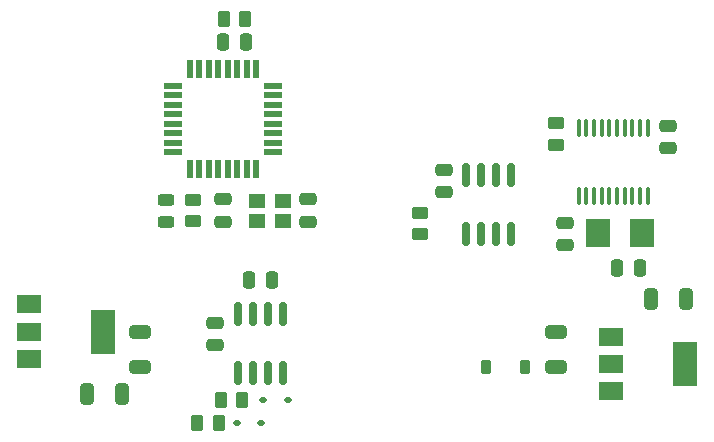
<source format=gbr>
%TF.GenerationSoftware,KiCad,Pcbnew,(7.0.0)*%
%TF.CreationDate,2025-02-23T22:01:52+09:00*%
%TF.ProjectId,EGTtoCANBus_Module,45475474-6f43-4414-9e42-75735f4d6f64,rev?*%
%TF.SameCoordinates,Original*%
%TF.FileFunction,Paste,Top*%
%TF.FilePolarity,Positive*%
%FSLAX46Y46*%
G04 Gerber Fmt 4.6, Leading zero omitted, Abs format (unit mm)*
G04 Created by KiCad (PCBNEW (7.0.0)) date 2025-02-23 22:01:52*
%MOMM*%
%LPD*%
G01*
G04 APERTURE LIST*
G04 Aperture macros list*
%AMRoundRect*
0 Rectangle with rounded corners*
0 $1 Rounding radius*
0 $2 $3 $4 $5 $6 $7 $8 $9 X,Y pos of 4 corners*
0 Add a 4 corners polygon primitive as box body*
4,1,4,$2,$3,$4,$5,$6,$7,$8,$9,$2,$3,0*
0 Add four circle primitives for the rounded corners*
1,1,$1+$1,$2,$3*
1,1,$1+$1,$4,$5*
1,1,$1+$1,$6,$7*
1,1,$1+$1,$8,$9*
0 Add four rect primitives between the rounded corners*
20,1,$1+$1,$2,$3,$4,$5,0*
20,1,$1+$1,$4,$5,$6,$7,0*
20,1,$1+$1,$6,$7,$8,$9,0*
20,1,$1+$1,$8,$9,$2,$3,0*%
G04 Aperture macros list end*
%ADD10RoundRect,0.243750X-0.456250X0.243750X-0.456250X-0.243750X0.456250X-0.243750X0.456250X0.243750X0*%
%ADD11R,1.400000X1.200000*%
%ADD12RoundRect,0.250000X-0.325000X-0.650000X0.325000X-0.650000X0.325000X0.650000X-0.325000X0.650000X0*%
%ADD13RoundRect,0.250000X-0.650000X0.325000X-0.650000X-0.325000X0.650000X-0.325000X0.650000X0.325000X0*%
%ADD14RoundRect,0.250000X-0.450000X0.262500X-0.450000X-0.262500X0.450000X-0.262500X0.450000X0.262500X0*%
%ADD15RoundRect,0.250000X0.262500X0.450000X-0.262500X0.450000X-0.262500X-0.450000X0.262500X-0.450000X0*%
%ADD16RoundRect,0.250000X-0.475000X0.250000X-0.475000X-0.250000X0.475000X-0.250000X0.475000X0.250000X0*%
%ADD17RoundRect,0.112500X0.187500X0.112500X-0.187500X0.112500X-0.187500X-0.112500X0.187500X-0.112500X0*%
%ADD18R,0.550000X1.600000*%
%ADD19R,1.600000X0.550000*%
%ADD20RoundRect,0.225000X0.225000X0.375000X-0.225000X0.375000X-0.225000X-0.375000X0.225000X-0.375000X0*%
%ADD21RoundRect,0.250000X0.650000X-0.325000X0.650000X0.325000X-0.650000X0.325000X-0.650000X-0.325000X0*%
%ADD22RoundRect,0.250000X0.250000X0.475000X-0.250000X0.475000X-0.250000X-0.475000X0.250000X-0.475000X0*%
%ADD23RoundRect,0.250000X0.475000X-0.250000X0.475000X0.250000X-0.475000X0.250000X-0.475000X-0.250000X0*%
%ADD24R,2.000000X2.400000*%
%ADD25RoundRect,0.250000X-0.262500X-0.450000X0.262500X-0.450000X0.262500X0.450000X-0.262500X0.450000X0*%
%ADD26RoundRect,0.100000X0.100000X-0.637500X0.100000X0.637500X-0.100000X0.637500X-0.100000X-0.637500X0*%
%ADD27R,2.000000X1.500000*%
%ADD28R,2.000000X3.800000*%
%ADD29RoundRect,0.150000X-0.150000X0.825000X-0.150000X-0.825000X0.150000X-0.825000X0.150000X0.825000X0*%
%ADD30RoundRect,0.250000X0.325000X0.650000X-0.325000X0.650000X-0.325000X-0.650000X0.325000X-0.650000X0*%
G04 APERTURE END LIST*
D10*
%TO.C,D5*%
X156250000Y-68812500D03*
X156250000Y-70687500D03*
%TD*%
D11*
%TO.C,Y3*%
X163899999Y-70599999D03*
X166099999Y-70599999D03*
X166099999Y-68899999D03*
X163899999Y-68899999D03*
%TD*%
D12*
%TO.C,C6*%
X149525000Y-85250000D03*
X152475000Y-85250000D03*
%TD*%
D13*
%TO.C,C7*%
X154000000Y-80025000D03*
X154000000Y-82975000D03*
%TD*%
D14*
%TO.C,R1*%
X177750000Y-69925000D03*
X177750000Y-71750000D03*
%TD*%
D15*
%TO.C,R5*%
X162912500Y-53500000D03*
X161087500Y-53500000D03*
%TD*%
D16*
%TO.C,C13*%
X168250000Y-68800000D03*
X168250000Y-70700000D03*
%TD*%
D17*
%TO.C,D2*%
X164300000Y-87750000D03*
X162200000Y-87750000D03*
%TD*%
D18*
%TO.C,U1*%
X158249999Y-66249999D03*
X159049999Y-66249999D03*
X159849999Y-66249999D03*
X160649999Y-66249999D03*
X161449999Y-66249999D03*
X162249999Y-66249999D03*
X163049999Y-66249999D03*
X163849999Y-66249999D03*
D19*
X165299999Y-64799999D03*
X165299999Y-63999999D03*
X165299999Y-63199999D03*
X165299999Y-62399999D03*
X165299999Y-61599999D03*
X165299999Y-60799999D03*
X165299999Y-59999999D03*
X165299999Y-59199999D03*
D18*
X163849999Y-57749999D03*
X163049999Y-57749999D03*
X162249999Y-57749999D03*
X161449999Y-57749999D03*
X160649999Y-57749999D03*
X159849999Y-57749999D03*
X159049999Y-57749999D03*
X158249999Y-57749999D03*
D19*
X156799999Y-59199999D03*
X156799999Y-59999999D03*
X156799999Y-60799999D03*
X156799999Y-61599999D03*
X156799999Y-62399999D03*
X156799999Y-63199999D03*
X156799999Y-63999999D03*
X156799999Y-64799999D03*
%TD*%
D20*
%TO.C,D3*%
X186650000Y-83000000D03*
X183350000Y-83000000D03*
%TD*%
D21*
%TO.C,C4*%
X189250000Y-83000000D03*
X189250000Y-80050000D03*
%TD*%
D22*
%TO.C,C11*%
X162950000Y-55500000D03*
X161050000Y-55500000D03*
%TD*%
D14*
%TO.C,R7*%
X158500000Y-68837500D03*
X158500000Y-70662500D03*
%TD*%
D16*
%TO.C,C1*%
X198750000Y-62550000D03*
X198750000Y-64450000D03*
%TD*%
D23*
%TO.C,C12*%
X161000000Y-70700000D03*
X161000000Y-68800000D03*
%TD*%
D24*
%TO.C,Y2*%
X196524999Y-71637499D03*
X192824999Y-71637499D03*
%TD*%
D25*
%TO.C,R2*%
X158837500Y-87750000D03*
X160662500Y-87750000D03*
%TD*%
D16*
%TO.C,C9*%
X190000000Y-70800000D03*
X190000000Y-72700000D03*
%TD*%
D17*
%TO.C,D4*%
X166550000Y-85750000D03*
X164450000Y-85750000D03*
%TD*%
D26*
%TO.C,U2*%
X191150000Y-68500000D03*
X191800000Y-68500000D03*
X192450000Y-68500000D03*
X193100000Y-68500000D03*
X193750000Y-68500000D03*
X194400000Y-68500000D03*
X195050000Y-68500000D03*
X195700000Y-68500000D03*
X196350000Y-68500000D03*
X197000000Y-68500000D03*
X197000000Y-62775000D03*
X196350000Y-62775000D03*
X195700000Y-62775000D03*
X195050000Y-62775000D03*
X194400000Y-62775000D03*
X193750000Y-62775000D03*
X193100000Y-62775000D03*
X192450000Y-62775000D03*
X191800000Y-62775000D03*
X191150000Y-62775000D03*
%TD*%
D16*
%TO.C,C2*%
X179750000Y-66300000D03*
X179750000Y-68200000D03*
%TD*%
D27*
%TO.C,U3*%
X193849999Y-80449999D03*
X193849999Y-82749999D03*
D28*
X200149999Y-82749999D03*
D27*
X193849999Y-85049999D03*
%TD*%
D22*
%TO.C,C8*%
X165150000Y-75600000D03*
X163250000Y-75600000D03*
%TD*%
%TO.C,C10*%
X196325000Y-74637500D03*
X194425000Y-74637500D03*
%TD*%
D29*
%TO.C,U9*%
X185405000Y-66775000D03*
X184135000Y-66775000D03*
X182865000Y-66775000D03*
X181595000Y-66775000D03*
X181595000Y-71725000D03*
X182865000Y-71725000D03*
X184135000Y-71725000D03*
X185405000Y-71725000D03*
%TD*%
D16*
%TO.C,C3*%
X160400000Y-79250000D03*
X160400000Y-81150000D03*
%TD*%
D30*
%TO.C,C5*%
X200225000Y-77250000D03*
X197275000Y-77250000D03*
%TD*%
D14*
%TO.C,R3*%
X189250000Y-62337500D03*
X189250000Y-64162500D03*
%TD*%
D27*
%TO.C,U5*%
X144599999Y-77699999D03*
X144599999Y-79999999D03*
D28*
X150899999Y-79999999D03*
D27*
X144599999Y-82299999D03*
%TD*%
D25*
%TO.C,R6*%
X160837500Y-85750000D03*
X162662500Y-85750000D03*
%TD*%
D29*
%TO.C,U7*%
X166105000Y-78525000D03*
X164835000Y-78525000D03*
X163565000Y-78525000D03*
X162295000Y-78525000D03*
X162295000Y-83475000D03*
X163565000Y-83475000D03*
X164835000Y-83475000D03*
X166105000Y-83475000D03*
%TD*%
M02*

</source>
